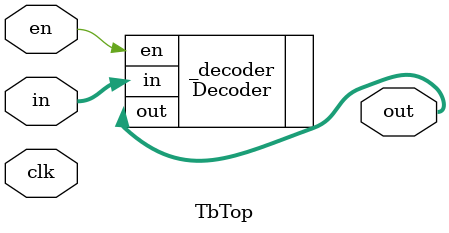
<source format=sv>



module TbTop #(
    localparam SIZE = 4,
    localparam WIDTH = 1 << SIZE
)(
    input  wire clk,
    input  wire [SIZE-1:0]  in,
    input  wire             en,
    output wire [WIDTH-1:0] out
);

Decoder #(SIZE, WIDTH) _decoder(.in(in), .en(en), .out(out));

endmodule : TbTop

</source>
